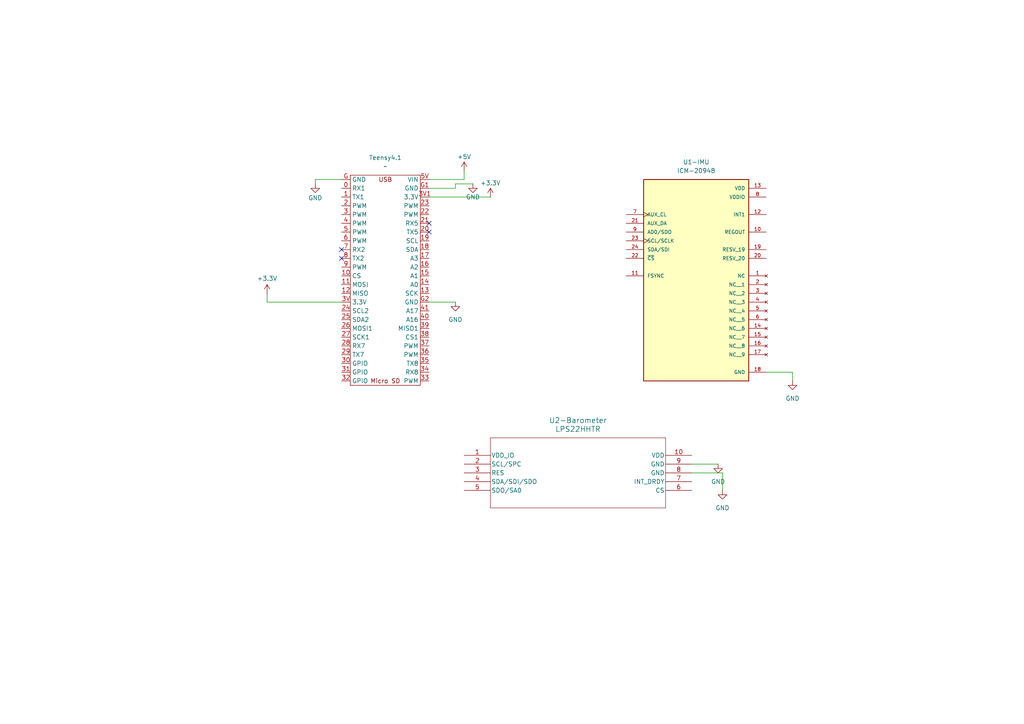
<source format=kicad_sch>
(kicad_sch (version 20250114) (generator "eeschema") (generator_version "9.0")
  (paper "A4")
  (lib_symbols
    (symbol "2025-09-29_20-25-26:LPS22HHTR" (pin_names (offset 0.254))
      (property "Reference" "U" (at 33.02 10.16 0))
      (property "Value" "LPS22HHTR" (at 33.02 7.62 0))
      (symbol "LPS22HHTR_0_1"
        (polyline (pts (xy 7.62 5.08) (xy 7.62 -15.24)) (stroke (width 0.127)))
        (polyline (pts (xy 7.62 -15.24) (xy 58.42 -15.24)) (stroke (width 0.127)))
        (polyline (pts (xy 58.42 5.08) (xy 7.62 5.08)) (stroke (width 0.127)))
        (polyline (pts (xy 58.42 -15.24) (xy 58.42 5.08)) (stroke (width 0.127)))
        (pin power_in line (at 0 0 0) (length 7.62) (name "VDD_IO") (number "1"))
        (pin unspecified line (at 0 -2.54 0) (length 7.62) (name "SCL/SPC") (number "2"))
        (pin unspecified line (at 0 -5.08 0) (length 7.62) (name "RES") (number "3"))
        (pin unspecified line (at 0 -7.62 0) (length 7.62) (name "SDA/SDI/SDO") (number "4"))
        (pin unspecified line (at 0 -10.16 0) (length 7.62) (name "SDO/SA0") (number "5"))
        (pin power_in line (at 66.04 0 180) (length 7.62) (name "VDD") (number "10"))
        (pin power_out line (at 66.04 -2.54 180) (length 7.62) (name "GND") (number "9"))
        (pin power_out line (at 66.04 -5.08 180) (length 7.62) (name "GND") (number "8"))
        (pin unspecified line (at 66.04 -7.62 180) (length 7.62) (name "INT_DRDY") (number "7"))
        (pin unspecified line (at 66.04 -10.16 180) (length 7.62) (name "CS") (number "6"))
      )
    )
    (symbol "ICM-20948:ICM-20948" (pin_names (offset 1.016))
      (property "Reference" "U" (at -15.24 18.415 0))
      (property "Value" "ICM-20948" (at -15.24 -43.18 0))
      (symbol "ICM-20948_0_0"
        (rectangle (start -15.24 -40.64) (end 15.24 17.78) (stroke (width 0.254)) (fill (type background)))
        (pin input clock (at -20.32 7.62 0) (length 5.08) (name "AUX_CL") (number "7"))
        (pin bidirectional line (at -20.32 5.08 0) (length 5.08) (name "AUX_DA") (number "21"))
        (pin bidirectional line (at -20.32 2.54 0) (length 5.08) (name "AD0/SDO") (number "9"))
        (pin input clock (at -20.32 0 0) (length 5.08) (name "SCL/SCLK") (number "23"))
        (pin bidirectional line (at -20.32 -2.54 0) (length 5.08) (name "SDA/SDI") (number "24"))
        (pin input line (at -20.32 -5.08 0) (length 5.08) (name "~{CS}") (number "22"))
        (pin input line (at -20.32 -10.16 0) (length 5.08) (name "FSYNC") (number "11"))
        (pin power_in line (at 20.32 15.24 180) (length 5.08) (name "VDD") (number "13"))
        (pin power_in line (at 20.32 12.7 180) (length 5.08) (name "VDDIO") (number "8"))
        (pin output line (at 20.32 7.62 180) (length 5.08) (name "INT1") (number "12"))
        (pin output line (at 20.32 2.54 180) (length 5.08) (name "REGOUT") (number "10"))
        (pin passive line (at 20.32 -2.54 180) (length 5.08) (name "RESV_19") (number "19"))
        (pin passive line (at 20.32 -5.08 180) (length 5.08) (name "RESV_20") (number "20"))
        (pin no_connect line (at 20.32 -10.16 180) (length 5.08) (name "NC") (number "1"))
        (pin no_connect line (at 20.32 -12.7 180) (length 5.08) (name "NC__1") (number "2"))
        (pin no_connect line (at 20.32 -15.24 180) (length 5.08) (name "NC__2") (number "3"))
        (pin no_connect line (at 20.32 -17.78 180) (length 5.08) (name "NC__3") (number "4"))
        (pin no_connect line (at 20.32 -20.32 180) (length 5.08) (name "NC__4") (number "5"))
        (pin no_connect line (at 20.32 -22.86 180) (length 5.08) (name "NC__5") (number "6"))
        (pin no_connect line (at 20.32 -25.4 180) (length 5.08) (name "NC__6") (number "14"))
        (pin no_connect line (at 20.32 -27.94 180) (length 5.08) (name "NC__7") (number "15"))
        (pin no_connect line (at 20.32 -30.48 180) (length 5.08) (name "NC__8") (number "16"))
        (pin no_connect line (at 20.32 -33.02 180) (length 5.08) (name "NC__9") (number "17"))
        (pin power_in line (at 20.32 -38.1 180) (length 5.08) (name "GND") (number "18"))
      )
    )
    (symbol "New_Library:Teensy4.1"
      (property "Reference" "Teensy4.1" (at 0 0 90))
      (symbol "Teensy4.1_0_1"
        (rectangle (start -10.16 30.48) (end 10.16 -30.48))
      )
      (symbol "Teensy4.1_1_1"
        (text "USB" (at 0 29.21 0) (effects (font (size 1.27 1.27))))
        (text "Micro SD" (at 0 -29.21 0) (effects (font (size 1.27 1.27))))
        (pin input line (at -12.7 29.21 0) (length 2.54) (name "GND") (number "G"))
        (pin input line (at -12.7 26.67 0) (length 2.54) (name "RX1") (number "0"))
        (pin input line (at -12.7 24.13 0) (length 2.54) (name "TX1") (number "1"))
        (pin input line (at -12.7 21.59 0) (length 2.54) (name "PWM") (number "2"))
        (pin input line (at -12.7 19.05 0) (length 2.54) (name "PWM") (number "3"))
        (pin input line (at -12.7 16.51 0) (length 2.54) (name "PWM") (number "4"))
        (pin input line (at -12.7 13.97 0) (length 2.54) (name "PWM") (number "5"))
        (pin input line (at -12.7 11.43 0) (length 2.54) (name "PWM") (number "6"))
        (pin input line (at -12.7 8.89 0) (length 2.54) (name "RX2") (number "7"))
        (pin input line (at -12.7 6.35 0) (length 2.54) (name "TX2") (number "8"))
        (pin input line (at -12.7 3.81 0) (length 2.54) (name "PWM") (number "9"))
        (pin input line (at -12.7 1.27 0) (length 2.54) (name "CS") (number "10"))
        (pin input line (at -12.7 -1.27 0) (length 2.54) (name "MOSI") (number "11"))
        (pin input line (at -12.7 -3.81 0) (length 2.54) (name "MISO") (number "12"))
        (pin input line (at -12.7 -6.35 0) (length 2.54) (name "3.3V") (number "3V"))
        (pin input line (at -12.7 -8.89 0) (length 2.54) (name "SCL2") (number "24"))
        (pin input line (at -12.7 -11.43 0) (length 2.54) (name "SDA2") (number "25"))
        (pin input line (at -12.7 -13.97 0) (length 2.54) (name "MOSI1") (number "26"))
        (pin input line (at -12.7 -16.51 0) (length 2.54) (name "SCK1") (number "27"))
        (pin input line (at -12.7 -19.05 0) (length 2.54) (name "RX7") (number "28"))
        (pin input line (at -12.7 -21.59 0) (length 2.54) (name "TX7") (number "29"))
        (pin input line (at -12.7 -24.13 0) (length 2.54) (name "GPIO") (number "30"))
        (pin input line (at -12.7 -26.67 0) (length 2.54) (name "GPIO") (number "31"))
        (pin input line (at -12.7 -29.21 0) (length 2.54) (name "GPIO") (number "32"))
        (pin input line (at 12.7 29.21 180) (length 2.54) (name "VIN") (number "5V"))
        (pin input line (at 12.7 26.67 180) (length 2.54) (name "GND") (number "G1"))
        (pin input line (at 12.7 24.13 180) (length 2.54) (name "3.3V") (number "3V1"))
        (pin input line (at 12.7 21.59 180) (length 2.54) (name "PWM") (number "23"))
        (pin input line (at 12.7 19.05 180) (length 2.54) (name "PWM") (number "22"))
        (pin input line (at 12.7 16.51 180) (length 2.54) (name "RX5") (number "21"))
        (pin input line (at 12.7 13.97 180) (length 2.54) (name "TX5") (number "20"))
        (pin input line (at 12.7 11.43 180) (length 2.54) (name "SCL") (number "19"))
        (pin input line (at 12.7 8.89 180) (length 2.54) (name "SDA") (number "18"))
        (pin input line (at 12.7 6.35 180) (length 2.54) (name "A3") (number "17"))
        (pin input line (at 12.7 3.81 180) (length 2.54) (name "A2") (number "16"))
        (pin input line (at 12.7 1.27 180) (length 2.54) (name "A1") (number "15"))
        (pin input line (at 12.7 -1.27 180) (length 2.54) (name "A0") (number "14"))
        (pin input line (at 12.7 -3.81 180) (length 2.54) (name "SCK") (number "13"))
        (pin input line (at 12.7 -6.35 180) (length 2.54) (name "GND") (number "G2"))
        (pin input line (at 12.7 -8.89 180) (length 2.54) (name "A17") (number "41"))
        (pin input line (at 12.7 -11.43 180) (length 2.54) (name "A16") (number "40"))
        (pin input line (at 12.7 -13.97 180) (length 2.54) (name "MISO1") (number "39"))
        (pin input line (at 12.7 -16.51 180) (length 2.54) (name "CS1") (number "38"))
        (pin input line (at 12.7 -19.05 180) (length 2.54) (name "PWM") (number "37"))
        (pin input line (at 12.7 -21.59 180) (length 2.54) (name "PWM") (number "36"))
        (pin input line (at 12.7 -24.13 180) (length 2.54) (name "TX8") (number "35"))
        (pin input line (at 12.7 -26.67 180) (length 2.54) (name "RX8") (number "34"))
        (pin input line (at 12.7 -29.21 180) (length 2.54) (name "PWM") (number "33"))
      )
    )
    (symbol "power:+3.3V" (power) (pin_numbers (hide yes)) (pin_names (offset 0) (hide yes))
      (property "Value" "+3.3V" (at 0 3.556 0))
      (symbol "+3.3V_0_1"
        (polyline (pts (xy -0.762 1.27) (xy 0 2.54)))
        (polyline (pts (xy 0 2.54) (xy 0.762 1.27)))
        (polyline (pts (xy 0 0) (xy 0 2.54)))
      )
      (symbol "+3.3V_1_1"
        (pin power_in line (at 0 0 90) (length 0) (name "~") (number "1"))
      )
    )
    (symbol "power:+5V" (power) (pin_numbers (hide yes)) (pin_names (offset 0) (hide yes))
      (property "Value" "+5V" (at 0 3.556 0))
      (symbol "+5V_0_1"
        (polyline (pts (xy -0.762 1.27) (xy 0 2.54)))
        (polyline (pts (xy 0 2.54) (xy 0.762 1.27)))
        (polyline (pts (xy 0 0) (xy 0 2.54)))
      )
      (symbol "+5V_1_1"
        (pin power_in line (at 0 0 90) (length 0) (name "~") (number "1"))
      )
    )
    (symbol "power:GND" (power) (pin_numbers (hide yes)) (pin_names (offset 0) (hide yes))
      (property "Value" "GND" (at 0 -3.81 0))
      (symbol "GND_0_1"
        (polyline (pts (xy 0 0) (xy 0 -1.27) (xy 1.27 -1.27) (xy 0 -2.54) (xy -1.27 -1.27) (xy 0 -1.27)))
      )
      (symbol "GND_1_1"
        (pin power_in line (at 0 0 270) (length 0) (name "~") (number "1"))
      )
    )
  )
  (no_connect (at 99.06 74.93))
  (no_connect (at 124.46 64.77))
  (no_connect (at 124.46 67.31))
  (no_connect (at 99.06 72.39))
  (wire (pts (xy 132.08 53.34) (xy 132.08 54.61)))
  (wire (pts (xy 132.08 54.61) (xy 124.46 54.61)))
  (wire (pts (xy 229.87 110.49) (xy 229.87 107.95)))
  (wire (pts (xy 91.44 53.34) (xy 91.44 52.07)))
  (wire (pts (xy 200.66 134.62) (xy 208.28 134.62)))
  (wire (pts (xy 91.44 52.07) (xy 99.06 52.07)))
  (wire (pts (xy 132.08 53.34) (xy 137.16 53.34)))
  (wire (pts (xy 229.87 107.95) (xy 222.25 107.95)))
  (wire (pts (xy 134.62 49.53) (xy 134.62 52.07)))
  (wire (pts (xy 142.24 57.15) (xy 124.46 57.15)))
  (wire (pts (xy 209.55 142.24) (xy 209.55 137.16)))
  (wire (pts (xy 77.47 87.63) (xy 99.06 87.63)))
  (wire (pts (xy 209.55 137.16) (xy 200.66 137.16)))
  (wire (pts (xy 124.46 87.63) (xy 132.08 87.63)))
  (wire (pts (xy 77.47 85.09) (xy 77.47 87.63)))
  (wire (pts (xy 134.62 52.07) (xy 124.46 52.07)))
  (symbol (lib_id "ICM-20948:ICM-20948") (at 201.93 69.85 0) (unit 1)
    (property "Reference" "U1-IMU" (at 201.93 46.99 0))
    (property "Value" "ICM-20948" (at 201.93 49.53 0))
    (property "Footprint" "ICM-20948:QFN40P300X300X105-24N" (effects (hide yes)))
    (property "PARTREV" "1.3" (effects (hide yes)))
    (property "MANUFACTURER" "TDK InvenSense" (effects (hide yes)))
    (property "MAXIMUM_PACKAGE_HEIGHT" "1.05 mm" (effects (hide yes)))
    (property "STANDARD" "IPC 7351B" (effects (hide yes)))
  )
  (symbol (lib_id "power:GND") (at 132.08 87.63 0) (unit 1)
    (property "Reference" "#PWR05" (effects (hide yes)))
    (property "Value" "GND" (at 132.08 92.71 0))
    (property "Description" "Power symbol creates a global label with name \"GND\" , ground" (effects (hide yes)))
  )
  (symbol (lib_id "power:GND") (at 229.87 110.49 0) (unit 1)
    (property "Reference" "#PWR09" (effects (hide yes)))
    (property "Value" "GND" (at 229.87 115.57 0))
    (property "Description" "Power symbol creates a global label with name \"GND\" , ground" (effects (hide yes)))
  )
  (symbol (lib_id "power:+3.3V") (at 77.47 85.09 0) (unit 1)
    (property "Reference" "#PWR02" (effects (hide yes)))
    (property "Value" "+3.3V" (at 77.47 80.772 0))
    (property "Description" "Power symbol creates a global label with name \"+3.3V\"" (effects (hide yes)))
  )
  (symbol (lib_id "power:GND") (at 91.44 53.34 0) (unit 1)
    (property "Reference" "#PWR01" (effects (hide yes)))
    (property "Value" "GND" (at 91.44 57.404 0))
    (property "Description" "Power symbol creates a global label with name \"GND\" , ground" (effects (hide yes)))
  )
  (symbol (lib_id "2025-09-29_20-25-26:LPS22HHTR") (at 134.62 132.08 0) (unit 1)
    (property "Reference" "U2-Barometer" (at 167.64 121.92 0) (effects (font (size 1.524 1.524))))
    (property "Value" "LPS22HHTR" (at 167.64 124.46 0) (effects (font (size 1.524 1.524))))
    (property "Footprint" "HLGA-10L_2X2X0P73_STM" (effects (hide yes)))
    (property "Datasheet" "https://www.st.com/resource/en/datasheet/lps22hh.pdf" (effects (hide yes)))
  )
  (symbol (lib_id "power:+5V") (at 134.62 49.53 0) (unit 1)
    (property "Reference" "#PWR03" (effects (hide yes)))
    (property "Value" "+5V" (at 134.62 45.466 0))
    (property "Description" "Power symbol creates a global label with name \"+5V\"" (effects (hide yes)))
  )
  (symbol (lib_id "New_Library:Teensy4.1") (at 111.76 81.28 0) (unit 1)
    (property "Reference" "Teensy4.1" (at 111.76 45.72 0))
    (property "Value" "~" (at 111.76 48.26 0))
  )
  (symbol (lib_id "power:GND") (at 208.28 134.62 0) (unit 1)
    (property "Reference" "#PWR07" (effects (hide yes)))
    (property "Value" "GND" (at 208.28 139.7 0))
    (property "Description" "Power symbol creates a global label with name \"GND\" , ground" (effects (hide yes)))
  )
  (symbol (lib_id "power:+3.3V") (at 142.24 57.15 0) (unit 1)
    (property "Reference" "#PWR06" (effects (hide yes)))
    (property "Value" "+3.3V" (at 142.24 53.086 0))
    (property "Description" "Power symbol creates a global label with name \"+3.3V\"" (effects (hide yes)))
  )
  (symbol (lib_id "power:GND") (at 137.16 53.34 0) (unit 1)
    (property "Reference" "#PWR04" (effects (hide yes)))
    (property "Value" "GND" (at 137.16 57.15 0))
    (property "Description" "Power symbol creates a global label with name \"GND\" , ground" (effects (hide yes)))
  )
  (symbol (lib_id "power:GND") (at 209.55 142.24 0) (unit 1)
    (property "Reference" "#PWR08" (effects (hide yes)))
    (property "Value" "GND" (at 209.55 147.32 0))
    (property "Description" "Power symbol creates a global label with name \"GND\" , ground" (effects (hide yes)))
  )
)
</source>
